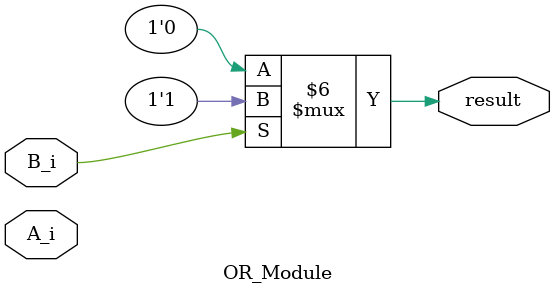
<source format=v>
module OR_Module 
(
	//aluOP
	input A_i,
	//resultado de la alu
	input B_i,
	
	
	output reg result

);


always@(A_i,B_i,result) 

	begin
	// si es ai es igual a jal  o bi (resultado de la alu) 1 
	if(A_i == 4'b1101 || B_i == 1)
		result = 1'b1;
		else 
		 result = 1'b0;
	end
	
endmodule
</source>
